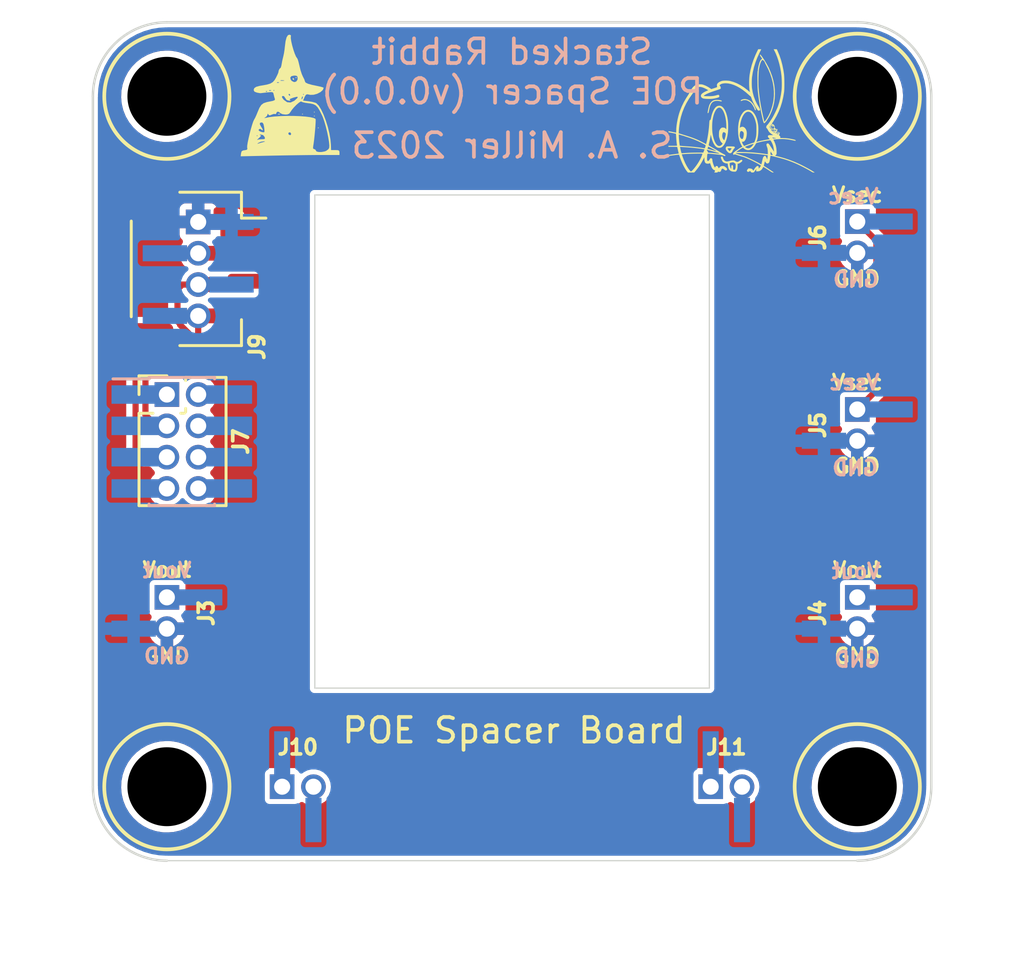
<source format=kicad_pcb>
(kicad_pcb (version 20211014) (generator pcbnew)
  (title_block (title "POE Spacer") (rev "0.0.0") (company "The Nerd Mage"))
  (layers (0 "F.Cu" signal) (31 "B.Cu" signal) (34 "B.Paste" user) (35 "F.Paste" user) (36 "B.SilkS" user "B.Silkscreen") (37 "F.SilkS" user "F.Silkscreen") (38 "B.Mask" user) (39 "F.Mask" user) (44 "Edge.Cuts" user))
  (net 0 "")
  (net 1 "Vsec")
  (net 4 "SDA")
  (net 5 "SCL")
  (net 6 "WIZ_RST")
  (net 7 "SCLK")
  (net 8 "MISO")
  (net 9 "MOSI")
  (net 11 "~{SCS}")
  (net 12 "Vcc?")
  (net 13 "GND")
  (footprint "Tinker:Mount" (layer "F.Cu") (at 114 114)
    (fp_text reference "REF**" hide)
    (fp_text value "Mount" hide)
    (pad "" np_thru_hole circle (at 0 0) (size 3.2 3.2) (drill 3.2) (layers *.Mask))
  )
  (footprint "Tinker:QWIIC_Stack_II" (layer "F.Cu") (at 87.27 93 -90)
    (fp_text reference "J9" (at 3.158643 -2.390416 90) (layer "F.SilkS") (effects (font (size 0.6 0.6))))
    (fp_text value "QWIIC_Stackable")
    (pad "1" smd rect (at -1.905 -1.35) (size 1.8 0.65) (layers "B.Cu" "B.Paste" "B.Mask") (net 13 "GND"))
    (pad "1" smd roundrect (at -1.5 -1.97 270) (size 0.6 1.55) (layers "F.Cu" "F.Paste" "F.Mask") (net 13 "GND"))
    (pad "1" thru_hole rect (at -1.905 0) (size 1 1) (drill 0.65) (layers *.Cu *.Mask) (net 13 "GND"))
    (pad "1" smd roundrect (at -1.905 -0.877656 270) (size 0.6 1.55) (layers "F.Cu" "F.Paste" "F.Mask") (net 13 "GND"))
    (pad "2" smd roundrect (at -0.5 -1.97 270) (size 0.6 1.55) (layers "F.Cu" "F.Paste" "F.Mask") (net 12 "Vcc?"))
    (pad "2" smd rect (at -0.635 1.35) (size 1.8 0.65) (layers "B.Cu" "B.Paste" "B.Mask") (net 12 "Vcc?"))
    (pad "2" thru_hole oval (at -0.635 0) (size 1 1) (drill 0.65) (layers *.Cu *.Mask) (net 12 "Vcc?"))
    (pad "2" smd roundrect (at -0.635 -0.877656 270) (size 0.6 1.55) (layers "F.Cu" "F.Paste" "F.Mask") (net 12 "Vcc?"))
    (pad "3" smd rect (at 0.635 -1.35) (size 1.8 0.65) (layers "B.Cu" "B.Paste" "B.Mask") (net 4 "SDA"))
    (pad "3" smd roundrect (at 0.5 -1.97 270) (size 0.6 1.55) (layers "F.Cu" "F.Paste" "F.Mask") (net 4 "SDA"))
    (pad "3" thru_hole oval (at 0.635 0) (size 1 1) (drill 0.65) (layers *.Cu *.Mask) (net 4 "SDA"))
    (pad "3" smd roundrect (at 0.635 -0.877656 270) (size 0.6 1.55) (layers "F.Cu" "F.Paste" "F.Mask") (net 4 "SDA"))
    (pad "4" smd rect (at 1.905 1.35) (size 1.8 0.65) (layers "B.Cu" "B.Paste" "B.Mask") (net 5 "SCL"))
    (pad "4" thru_hole oval (at 1.905 0) (size 1 1) (drill 0.65) (layers *.Cu *.Mask) (net 5 "SCL"))
    (pad "4" smd roundrect (at 1.5 -1.97 270) (size 0.6 1.55) (layers "F.Cu" "F.Paste" "F.Mask") (net 5 "SCL"))
    (pad "4" smd roundrect (at 1.905 -0.877656 270) (size 0.6 1.55) (layers "F.Cu" "F.Paste" "F.Mask") (net 5 "SCL"))
    (pad "MP" smd roundrect (at -2.8 1.905 270) (size 1.2 1.8) (layers "F.Cu" "F.Paste" "F.Mask") (roundrect_rratio 0.208333) (net 13 "GND"))
    (pad "MP" smd roundrect (at 2.8 1.905 270) (size 1.2 1.8) (layers "F.Cu" "F.Paste" "F.Mask") (roundrect_rratio 0.208333) (net 13 "GND"))
  )
  (footprint "Tinker:PinHeader_2x04_P1.27mm_Vertical" (layer "F.Cu") (at 86 98.095)
    (fp_text reference "J7" (at 3 1.905 90) (layer "F.SilkS") (effects (font (size 0.6 0.6))))
    (fp_text value "Conn_01x08_Male" hide)
    (pad "1" smd rect (at -1.195 0) (size 2.1 0.75) (layers "B.Cu" "B.Paste" "B.Mask") (net 6 "WIZ_RST"))
    (pad "1" thru_hole rect (at 0 0) (size 1 1) (drill 0.65) (layers *.Cu *.Mask) (net 6 "WIZ_RST"))
    (pad "2" smd rect (at 2.405 0) (size 2.1 0.75) (layers "B.Cu" "B.Paste" "B.Mask") (net 7 "SCLK"))
    (pad "2" thru_hole oval (at 1.27 0) (size 1 1) (drill 0.65) (layers *.Cu *.Mask) (net 7 "SCLK"))
    (pad "3" smd rect (at -1.195 1.27) (size 2.1 0.75) (layers "B.Cu" "B.Paste" "B.Mask") (net 5 "SCL"))
    (pad "3" thru_hole oval (at 0 1.27) (size 1 1) (drill 0.65) (layers *.Cu *.Mask) (net 5 "SCL"))
    (pad "4" thru_hole oval (at 1.27 1.27) (size 1 1) (drill 0.65) (layers *.Cu *.Mask) (net 8 "MISO"))
    (pad "4" smd rect (at 2.405 1.27) (size 2.1 0.75) (layers "B.Cu" "B.Paste" "B.Mask") (net 8 "MISO"))
    (pad "5" thru_hole oval (at 0 2.54) (size 1 1) (drill 0.65) (layers *.Cu *.Mask) (net 4 "SDA"))
    (pad "5" smd rect (at -1.195 2.54) (size 2.1 0.75) (layers "B.Cu" "B.Paste" "B.Mask") (net 4 "SDA"))
    (pad "6" smd rect (at 2.405 2.54) (size 2.1 0.75) (layers "B.Cu" "B.Paste" "B.Mask") (net 9 "MOSI"))
    (pad "6" thru_hole oval (at 1.27 2.54) (size 1 1) (drill 0.65) (layers *.Cu *.Mask) (net 9 "MOSI"))
    (pad "7" smd rect (at -1.195 3.81) (size 2.1 0.75) (layers "B.Cu" "B.Paste" "B.Mask"))
    (pad "7" thru_hole oval (at 0 3.81) (size 1 1) (drill 0.65) (layers *.Cu *.Mask))
    (pad "8" thru_hole oval (at 1.27 3.81) (size 1 1) (drill 0.65) (layers *.Cu *.Mask) (net 11 "~{SCS}"))
    (pad "8" smd rect (at 2.405 3.81) (size 2.1 0.75) (layers "B.Cu" "B.Paste" "B.Mask") (net 11 "~{SCS}"))
  )
  (footprint "Tinker:Mount" (layer "F.Cu") (at 86 114)
    (fp_text reference "REF**" hide)
    (fp_text value "Mount" hide)
    (pad "" np_thru_hole circle (at 0 0) (size 3.2 3.2) (drill 3.2) (layers *.Mask))
  )
  (footprint "Tinker:DagNabbit" (layer "F.Cu") (at 109.037169 87.226251)
    (fp_text reference "REF**" hide)
    (fp_text value "DagNabbit" hide)
  )
  (footprint "Tinker:Board_Stacker_2" (layer "F.Cu") (at 90.675 114 90)
    (fp_text reference "J10" (at 1.6 0.635) (layer "F.SilkS") (effects (font (size 0.6 0.6))))
    (fp_text value "Conn_01x02_Male")
    (pad "1" thru_hole rect (at 0 0 90) (size 1 1) (drill 0.65) (layers *.Cu *.Mask))
    (pad "1" smd rect (at 1.35 0 90) (size 1.8 0.65) (layers "B.Cu" "B.Paste" "B.Mask"))
    (pad "2" thru_hole oval (at 0 1.27 90) (size 1 1) (drill 0.65) (layers *.Cu *.Mask))
    (pad "2" smd rect (at -1.35 1.27 90) (size 1.8 0.65) (layers "B.Cu" "B.Paste" "B.Mask"))
  )
  (footprint "Tinker:Board_Stacker_2" (layer "F.Cu") (at 114 106.32)
    (fp_text reference "J4" (at -1.6 0.635 90) (layer "F.SilkS") (effects (font (size 0.6 0.6))))
    (fp_text value "Conn_01x02_Male")
    (pad "1" thru_hole rect (at 0 0) (size 1 1) (drill 0.65) (layers *.Cu *.Mask))
    (pad "1" smd rect (at 1.35 0) (size 1.8 0.65) (layers "B.Cu" "B.Paste" "B.Mask"))
    (pad "2" thru_hole oval (at 0 1.27) (size 1 1) (drill 0.65) (layers *.Cu *.Mask) (net 13 "GND"))
    (pad "2" smd rect (at -1.35 1.27) (size 1.8 0.65) (layers "B.Cu" "B.Paste" "B.Mask") (net 13 "GND"))
  )
  (footprint "Tinker:Mount" (layer "F.Cu") (at 114 86)
    (fp_text reference "REF**" hide)
    (fp_text value "Mount" hide)
    (pad "" np_thru_hole circle (at 0 0) (size 3.2 3.2) (drill 3.2) (layers *.Mask))
  )
  (footprint "Tinker:Board_Stacker_2" (layer "F.Cu") (at 86 106.32)
    (fp_text reference "J3" (at 1.6 0.635 90) (layer "F.SilkS") (effects (font (size 0.6 0.6))))
    (fp_text value "Conn_01x02_Male")
    (pad "1" smd rect (at 1.35 0) (size 1.8 0.65) (layers "B.Cu" "B.Paste" "B.Mask"))
    (pad "1" thru_hole rect (at 0 0) (size 1 1) (drill 0.65) (layers *.Cu *.Mask))
    (pad "2" smd rect (at -1.35 1.27) (size 1.8 0.65) (layers "B.Cu" "B.Paste" "B.Mask") (net 13 "GND"))
    (pad "2" thru_hole oval (at 0 1.27) (size 1 1) (drill 0.65) (layers *.Cu *.Mask) (net 13 "GND"))
  )
  (footprint "Tinker:Board_Stacker_2" (layer "F.Cu") (at 114 91.08)
    (fp_text reference "J6" (at -1.6 0.635 90) (layer "F.SilkS") (effects (font (size 0.6 0.6))))
    (fp_text value "Conn_01x02_Male")
    (pad "1" thru_hole rect (at 0 0) (size 1 1) (drill 0.65) (layers *.Cu *.Mask) (net 1 "Vsec"))
    (pad "1" smd rect (at 1.35 0) (size 1.8 0.65) (layers "B.Cu" "B.Paste" "B.Mask") (net 1 "Vsec"))
    (pad "2" smd rect (at -1.35 1.27) (size 1.8 0.65) (layers "B.Cu" "B.Paste" "B.Mask") (net 13 "GND"))
    (pad "2" thru_hole oval (at 0 1.27) (size 1 1) (drill 0.65) (layers *.Cu *.Mask) (net 13 "GND"))
  )
  (footprint "Tinker:Board_Stacker_2" (layer "F.Cu") (at 108.055 114 90)
    (fp_text reference "J11" (at 1.6 0.635) (layer "F.SilkS") (effects (font (size 0.6 0.6))))
    (fp_text value "Conn_01x02_Male")
    (pad "1" thru_hole rect (at 0 0 90) (size 1 1) (drill 0.65) (layers *.Cu *.Mask))
    (pad "1" smd rect (at 1.35 0 90) (size 1.8 0.65) (layers "B.Cu" "B.Paste" "B.Mask"))
    (pad "2" thru_hole oval (at 0 1.27 90) (size 1 1) (drill 0.65) (layers *.Cu *.Mask))
    (pad "2" smd rect (at -1.35 1.27 90) (size 1.8 0.65) (layers "B.Cu" "B.Paste" "B.Mask"))
  )
  (footprint "Tinker:Board_Stacker_2" (layer "F.Cu") (at 114 98.7)
    (fp_text reference "J5" (at -1.6 0.635 90) (layer "F.SilkS") (effects (font (size 0.6 0.6))))
    (fp_text value "Conn_01x02_Male")
    (pad "1" smd rect (at 1.35 0) (size 1.8 0.65) (layers "B.Cu" "B.Paste" "B.Mask") (net 1 "Vsec"))
    (pad "1" thru_hole rect (at 0 0) (size 1 1) (drill 0.65) (layers *.Cu *.Mask) (net 1 "Vsec"))
    (pad "2" thru_hole oval (at 0 1.27) (size 1 1) (drill 0.65) (layers *.Cu *.Mask) (net 13 "GND"))
    (pad "2" smd rect (at -1.35 1.27) (size 1.8 0.65) (layers "B.Cu" "B.Paste" "B.Mask") (net 13 "GND"))
  )
  (footprint "Tinker:Mount" (layer "F.Cu") (at 86 86)
    (fp_text reference "REF**" hide)
    (fp_text value "Mount" hide)
    (pad "" np_thru_hole circle (at 0 0) (size 3.2 3.2) (drill 3.2) (layers *.Mask))
  )
  (footprint "Tinker:NerdMage" (layer "F.Cu") (at 91 85.9)
    (fp_text reference "G***" hide)
    (fp_text value "LOGO" hide)
  )
  (gr_line (start 92 110) (end 92 90) (layer "Edge.Cuts") (width 0.05))
  (gr_line (start 117 86) (end 117 114) (layer "Edge.Cuts") (width 0.1))
  (gr_line (start 108 90) (end 108 110) (layer "Edge.Cuts") (width 0.05))
  (gr_arc (start 86 117) (mid 83.87868 116.12132) (end 83 114) (layer "Edge.Cuts") (width 0.1))
  (gr_arc (start 83 86) (mid 83.87868 83.87868) (end 86 83) (layer "Edge.Cuts") (width 0.1))
  (gr_line (start 92 90) (end 108 90) (layer "Edge.Cuts") (width 0.05))
  (gr_line (start 86 83) (end 114 83) (layer "Edge.Cuts") (width 0.1))
  (gr_line (start 114 117) (end 86 117) (layer "Edge.Cuts") (width 0.05))
  (gr_line (start 83 114) (end 83 86) (layer "Edge.Cuts") (width 0.1))
  (gr_arc (start 114 83) (mid 116.12132 83.87868) (end 117 86) (layer "Edge.Cuts") (width 0.1))
  (gr_arc (start 117 114) (mid 116.12132 116.12132) (end 114 117) (layer "Edge.Cuts") (width 0.1))
  (gr_line (start 92 110) (end 108 110) (layer "Edge.Cuts") (width 0.05))
  (gr_text "Stacked Rabbit\n${TITLE} (v${REVISION})" (at 100 85) (layer "B.SilkS") (effects (font (size 1 1)) (justify mirror)))
  (gr_text "GND" (at 113.911636 101.079492) (layer "B.SilkS") (effects (font (size 0.6 0.6) (thickness 0.125)) (justify mirror)))
  (gr_text "GND" (at 85.995908 108.702728) (layer "B.SilkS") (effects (font (size 0.6 0.6) (thickness 0.125)) (justify mirror)))
  (gr_text "Vout" (at 113.950572 105.258488) (layer "B.SilkS") (effects (font (size 0.6 0.6) (thickness 0.125)) (justify mirror)))
  (gr_text "GND" (at 113.946688 93.440074) (layer "B.SilkS") (effects (font (size 0.6 0.6) (thickness 0.125)) (justify mirror)))
  (gr_text "S. A. Miller 2023" (at 100 88) (layer "B.SilkS") (effects (font (size 1 1)) (justify mirror)))
  (gr_text "Vsec" (at 113.872799 97.603635) (layer "B.SilkS") (effects (font (size 0.6 0.6) (thickness 0.125)) (justify mirror)))
  (gr_text "Vsec" (at 113.830179 90.061308) (layer "B.SilkS") (effects (font (size 0.6 0.6) (thickness 0.125)) (justify mirror)))
  (gr_text "GND" (at 113.997176 108.84697) (layer "B.SilkS") (effects (font (size 0.6 0.6) (thickness 0.125)) (justify mirror)))
  (gr_text "Vout" (at 86.009393 105.223635) (layer "B.SilkS") (effects (font (size 0.6 0.6) (thickness 0.125)) (justify mirror)))
  (gr_text "Vout" (at 114 105.2) (layer "F.SilkS") (effects (font (size 0.6 0.6) (thickness 0.125))))
  (gr_text "GND" (at 114 93.4) (layer "F.SilkS") (effects (font (size 0.6 0.6) (thickness 0.125))))
  (gr_text "GND" (at 114 101) (layer "F.SilkS") (effects (font (size 0.6 0.6) (thickness 0.125))))
  (gr_text "GND" (at 114 108.7) (layer "F.SilkS") (effects (font (size 0.6 0.6) (thickness 0.125))))
  (gr_text "${TITLE} Board" (at 100.078744 111.716711) (layer "F.SilkS") (effects (font (size 1 1))))
  (gr_text "GND" (at 86 108.7) (layer "F.SilkS") (effects (font (size 0.6 0.6) (thickness 0.125))))
  (gr_text "Vsec" (at 114 97.6) (layer "F.SilkS") (effects (font (size 0.6 0.6) (thickness 0.125))))
  (gr_text "Vout" (at 86 105.2) (layer "F.SilkS") (effects (font (size 0.6 0.6) (thickness 0.125))))
  (gr_text "Vsec" (at 114 90) (layer "F.SilkS") (effects (font (size 0.6 0.6) (thickness 0.125))))
  (segment (start 114 98.7) (end 114.775 97.925) (width 0.25) (layer "F.Cu") (net 1))
  (segment (start 114.775 97.925) (end 114.775 91.855) (width 0.25) (layer "F.Cu") (net 1))
  (segment (start 114.775 91.855) (end 114 91.08) (width 0.25) (layer "F.Cu") (net 1))
  (segment (start 86.54 95.271016) (end 86.54 95.232538) (width 0.25) (layer "F.Cu") (net 4))
  (segment (start 86.87 96.328789) (end 86.87 95.601016) (width 0.25) (layer "F.Cu") (net 4))
  (segment (start 86.430549 95.123087) (end 86.430549 93.828541) (width 0.25) (layer "F.Cu") (net 4))
  (segment (start 86.87 95.601016) (end 86.54 95.271016) (width 0.25) (layer "F.Cu") (net 4))
  (segment (start 85.107112 100.635) (end 84.731371 100.259259) (width 0.25) (layer "F.Cu") (net 4))
  (segment (start 86.473804 96.724985) (end 86.87 96.328789) (width 0.25) (layer "F.Cu") (net 4))
  (segment (start 85.276179 96.724985) (end 86.473804 96.724985) (width 0.25) (layer "F.Cu") (net 4))
  (segment (start 86.62409 93.635) (end 87.27 93.635) (width 0.25) (layer "F.Cu") (net 4))
  (segment (start 84.731371 100.259259) (end 84.731371 97.269793) (width 0.25) (layer "F.Cu") (net 4))
  (segment (start 86.430549 93.828541) (end 86.62409 93.635) (width 0.25) (layer "F.Cu") (net 4))
  (segment (start 86.03 100.635) (end 85.107112 100.635) (width 0.25) (layer "F.Cu") (net 4))
  (segment (start 84.731371 97.269793) (end 85.276179 96.724985) (width 0.25) (layer "F.Cu") (net 4))
  (segment (start 86.54 95.232538) (end 86.430549 95.123087) (width 0.25) (layer "F.Cu") (net 4))
  (segment (start 86.578692 97.199946) (end 85.373966 97.199946) (width 0.25) (layer "F.Cu") (net 5))
  (segment (start 85.131371 98.927045) (end 85.513661 99.309335) (width 0.25) (layer "F.Cu") (net 5))
  (segment (start 87.27 94.905) (end 87.27 96.508638) (width 0.25) (layer "F.Cu") (net 5))
  (segment (start 85.373966 97.199946) (end 85.131371 97.442541) (width 0.25) (layer "F.Cu") (net 5))
  (segment (start 85.131371 97.442541) (end 85.131371 98.927045) (width 0.25) (layer "F.Cu") (net 5))
  (segment (start 87.27 96.508638) (end 86.578692 97.199946) (width 0.25) (layer "F.Cu") (net 5))
  (zone (net 13) (net_name "GND") (layer "F.Cu") (connect_pads (clearance 0.254)) (min_thickness 0.254) (fill yes (thermal_gap 0.254) (thermal_bridge_width 0.508))
    (polygon (pts (xy 118.582229 117.809465) (xy 81.651499 117.809467) (xy 81.651498 82.584881) (xy 118.582228 82.584879)))
  )
  (zone (net 13) (net_name "GND") (layer "B.Cu") (connect_pads (clearance 0.2)) (min_thickness 0.2) (fill yes (thermal_gap 0.254) (thermal_bridge_width 0.508))
    (polygon (pts (xy 119.380001 118.507005) (xy 80.682697 118.507005) (xy 80.682697 82.09421) (xy 119.380001 82.09421)))
  )
)
</source>
